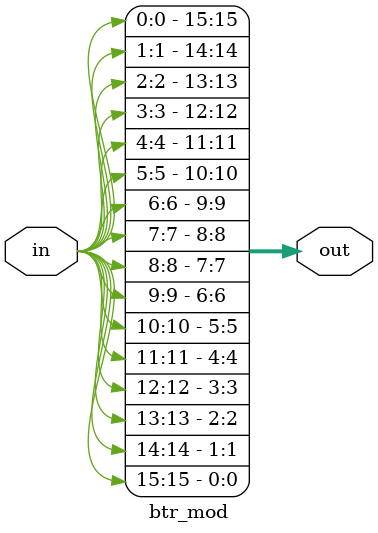
<source format=v>
module btr_mod(out, in);
    input [15:0] in;
    output [15:0] out;

    assign out[0] = in[15];
    assign out[1] = in[14];
    assign out[2] = in[13];
    assign out[3] = in[12];
    assign out[4] = in[11];
    assign out[5] = in[10];
    assign out[6] = in[9];
    assign out[7] = in[8];
    assign out[8] = in[7];
    assign out[9] = in[6];
    assign out[10] = in[5];
    assign out[11] = in[4];
    assign out[12] = in[3];
    assign out[13] = in[2];
    assign out[14] = in[1];
    assign out[15] = in[0];
endmodule

</source>
